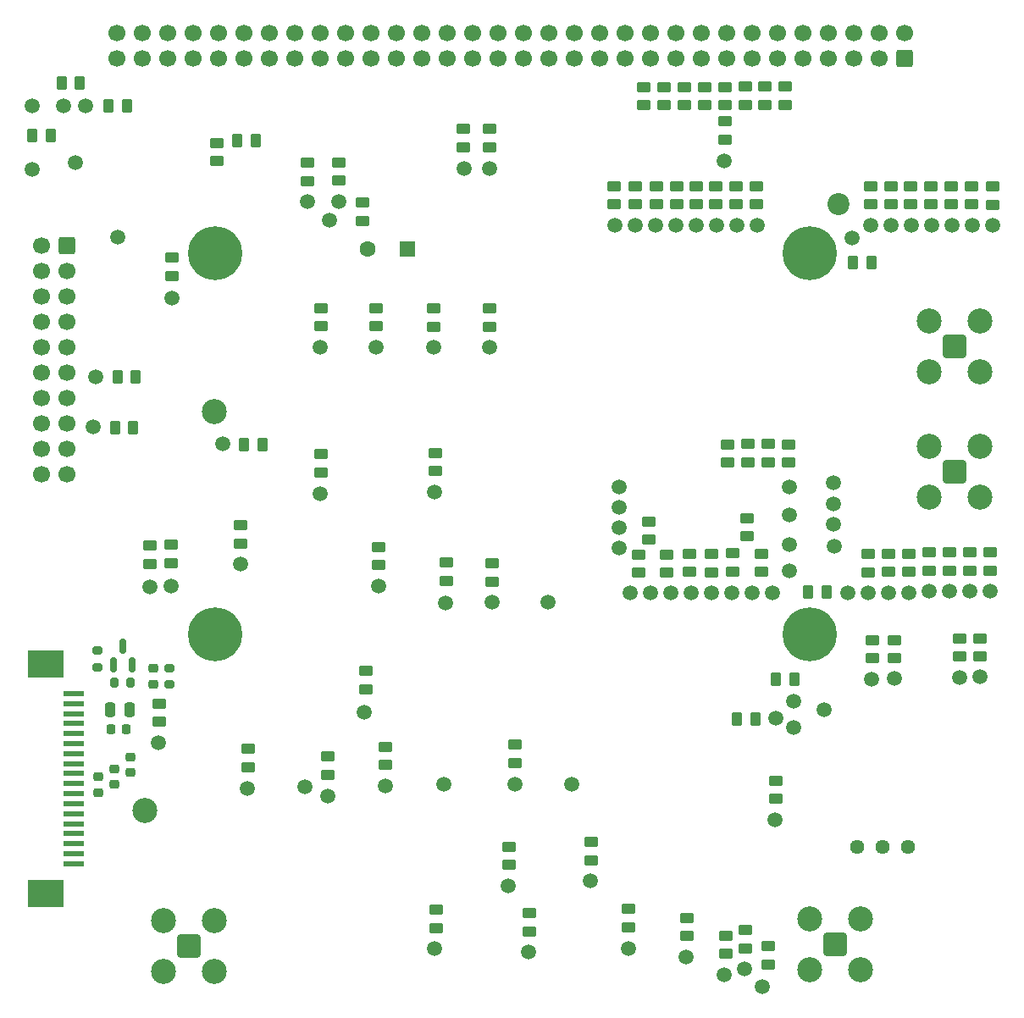
<source format=gbr>
%TF.GenerationSoftware,KiCad,Pcbnew,(6.0.5)*%
%TF.CreationDate,2022-06-30T03:28:59+08:00*%
%TF.ProjectId,lkt100a1_bclamp,6c6b7431-3030-4613-915f-62636c616d70,rev?*%
%TF.SameCoordinates,Original*%
%TF.FileFunction,Soldermask,Top*%
%TF.FilePolarity,Negative*%
%FSLAX46Y46*%
G04 Gerber Fmt 4.6, Leading zero omitted, Abs format (unit mm)*
G04 Created by KiCad (PCBNEW (6.0.5)) date 2022-06-30 03:28:59*
%MOMM*%
%LPD*%
G01*
G04 APERTURE LIST*
G04 Aperture macros list*
%AMRoundRect*
0 Rectangle with rounded corners*
0 $1 Rounding radius*
0 $2 $3 $4 $5 $6 $7 $8 $9 X,Y pos of 4 corners*
0 Add a 4 corners polygon primitive as box body*
4,1,4,$2,$3,$4,$5,$6,$7,$8,$9,$2,$3,0*
0 Add four circle primitives for the rounded corners*
1,1,$1+$1,$2,$3*
1,1,$1+$1,$4,$5*
1,1,$1+$1,$6,$7*
1,1,$1+$1,$8,$9*
0 Add four rect primitives between the rounded corners*
20,1,$1+$1,$2,$3,$4,$5,0*
20,1,$1+$1,$4,$5,$6,$7,0*
20,1,$1+$1,$6,$7,$8,$9,0*
20,1,$1+$1,$8,$9,$2,$3,0*%
G04 Aperture macros list end*
%ADD10C,1.500000*%
%ADD11RoundRect,0.250000X-0.450000X0.262500X-0.450000X-0.262500X0.450000X-0.262500X0.450000X0.262500X0*%
%ADD12RoundRect,0.250000X0.262500X0.450000X-0.262500X0.450000X-0.262500X-0.450000X0.262500X-0.450000X0*%
%ADD13RoundRect,0.250000X0.450000X-0.262500X0.450000X0.262500X-0.450000X0.262500X-0.450000X-0.262500X0*%
%ADD14RoundRect,0.250000X-0.262500X-0.450000X0.262500X-0.450000X0.262500X0.450000X-0.262500X0.450000X0*%
%ADD15C,2.200000*%
%ADD16RoundRect,0.225000X0.250000X-0.225000X0.250000X0.225000X-0.250000X0.225000X-0.250000X-0.225000X0*%
%ADD17RoundRect,0.200000X-0.275000X0.200000X-0.275000X-0.200000X0.275000X-0.200000X0.275000X0.200000X0*%
%ADD18RoundRect,0.150000X0.150000X-0.587500X0.150000X0.587500X-0.150000X0.587500X-0.150000X-0.587500X0*%
%ADD19C,0.800000*%
%ADD20C,5.400000*%
%ADD21RoundRect,0.250000X-0.250000X-0.475000X0.250000X-0.475000X0.250000X0.475000X-0.250000X0.475000X0*%
%ADD22C,2.500000*%
%ADD23RoundRect,0.225000X-0.225000X-0.250000X0.225000X-0.250000X0.225000X0.250000X-0.225000X0.250000X0*%
%ADD24R,2.000000X0.610000*%
%ADD25R,3.600000X2.680000*%
%ADD26RoundRect,0.200000X0.200000X0.275000X-0.200000X0.275000X-0.200000X-0.275000X0.200000X-0.275000X0*%
%ADD27RoundRect,0.200100X-0.949900X-0.949900X0.949900X-0.949900X0.949900X0.949900X-0.949900X0.949900X0*%
%ADD28RoundRect,0.200100X0.949900X-0.949900X0.949900X0.949900X-0.949900X0.949900X-0.949900X-0.949900X0*%
%ADD29R,1.600000X1.600000*%
%ADD30C,1.600000*%
%ADD31RoundRect,0.250000X0.600000X-0.600000X0.600000X0.600000X-0.600000X0.600000X-0.600000X-0.600000X0*%
%ADD32C,1.700000*%
%ADD33C,1.440000*%
%ADD34RoundRect,0.250000X0.600000X0.600000X-0.600000X0.600000X-0.600000X-0.600000X0.600000X-0.600000X0*%
G04 APERTURE END LIST*
D10*
%TO.C,TP82*%
X122555000Y-57341000D03*
%TD*%
%TO.C,TP29*%
X142392400Y-87274400D03*
%TD*%
%TO.C,TP51*%
X103415800Y-113284000D03*
%TD*%
D11*
%TO.C,R18*%
X95615000Y-101931109D03*
X95615000Y-103756109D03*
%TD*%
%TO.C,R37*%
X146110200Y-53467909D03*
X146110200Y-55292909D03*
%TD*%
D10*
%TO.C,TP3*%
X91033600Y-84175600D03*
%TD*%
D11*
%TO.C,R97*%
X89773000Y-51131109D03*
X89773000Y-52956109D03*
%TD*%
D12*
%TO.C,R26*%
X72346700Y-77596009D03*
X70521700Y-77596009D03*
%TD*%
D13*
%TO.C,R70*%
X132648200Y-55291009D03*
X132648200Y-53466009D03*
%TD*%
D11*
%TO.C,R55*%
X127974600Y-90221709D03*
X127974600Y-92046709D03*
%TD*%
D10*
%TO.C,TP48*%
X113805000Y-95021400D03*
%TD*%
%TO.C,TP97*%
X65430400Y-45466000D03*
%TD*%
D14*
%TO.C,R8*%
X139812900Y-94004409D03*
X141637900Y-94004409D03*
%TD*%
D10*
%TO.C,TP63*%
X134239000Y-94107000D03*
%TD*%
%TO.C,TP70*%
X131470400Y-50952400D03*
%TD*%
D15*
%TO.C,H7*%
X142833600Y-55269409D03*
%TD*%
D11*
%TO.C,R64*%
X121878600Y-125705509D03*
X121878600Y-127530509D03*
%TD*%
%TO.C,R1*%
X157997400Y-90094709D03*
X157997400Y-91919709D03*
%TD*%
D10*
%TO.C,TP9*%
X151892000Y-93980000D03*
%TD*%
D11*
%TO.C,R33*%
X154136600Y-53467909D03*
X154136600Y-55292909D03*
%TD*%
D10*
%TO.C,TP47*%
X141462000Y-105790009D03*
%TD*%
D11*
%TO.C,R52*%
X133715000Y-86665709D03*
X133715000Y-88490709D03*
%TD*%
D10*
%TO.C,TP24*%
X148488400Y-102666800D03*
%TD*%
D11*
%TO.C,R6*%
X147837400Y-90196309D03*
X147837400Y-92021309D03*
%TD*%
%TO.C,R10*%
X137829800Y-79274309D03*
X137829800Y-81099309D03*
%TD*%
D10*
%TO.C,TP32*%
X142341600Y-85191600D03*
%TD*%
D13*
%TO.C,R83*%
X83829400Y-111528509D03*
X83829400Y-109703509D03*
%TD*%
D10*
%TO.C,TP18*%
X137922000Y-83566000D03*
%TD*%
%TO.C,TP96*%
X67614800Y-45415200D03*
%TD*%
%TO.C,TP58*%
X102463600Y-129692400D03*
%TD*%
%TO.C,TP69*%
X122047000Y-94107000D03*
%TD*%
D11*
%TO.C,R11*%
X133765800Y-79248909D03*
X133765800Y-81073909D03*
%TD*%
D10*
%TO.C,TP35*%
X68326000Y-77520800D03*
%TD*%
%TO.C,TP75*%
X111887000Y-130048000D03*
%TD*%
D11*
%TO.C,R50*%
X135797800Y-129464709D03*
X135797800Y-131289709D03*
%TD*%
%TO.C,R65*%
X131581400Y-128397909D03*
X131581400Y-130222909D03*
%TD*%
D10*
%TO.C,TP40*%
X156210000Y-57404000D03*
%TD*%
D11*
%TO.C,R22*%
X80730600Y-49149909D03*
X80730600Y-50974909D03*
%TD*%
D10*
%TO.C,TP17*%
X137922000Y-86360000D03*
%TD*%
D11*
%TO.C,R7*%
X145856200Y-90247109D03*
X145856200Y-92072109D03*
%TD*%
D10*
%TO.C,TP86*%
X91059000Y-69583000D03*
%TD*%
%TO.C,TP14*%
X62230000Y-51816000D03*
%TD*%
%TO.C,TP41*%
X154178000Y-57404000D03*
%TD*%
D11*
%TO.C,R91*%
X74025000Y-89383509D03*
X74025000Y-91208509D03*
%TD*%
%TO.C,R96*%
X95259400Y-55093509D03*
X95259400Y-56918509D03*
%TD*%
D10*
%TO.C,TP10*%
X149860000Y-94107000D03*
%TD*%
%TO.C,TP85*%
X96631000Y-69569609D03*
%TD*%
%TO.C,TP34*%
X76200000Y-64617600D03*
%TD*%
%TO.C,TP67*%
X126111000Y-94107000D03*
%TD*%
D11*
%TO.C,R86*%
X91093800Y-65661809D03*
X91093800Y-67486809D03*
%TD*%
D13*
%TO.C,R73*%
X126653800Y-55292909D03*
X126653800Y-53467909D03*
%TD*%
D10*
%TO.C,TP88*%
X96914000Y-93472000D03*
%TD*%
D11*
%TO.C,R56*%
X125688600Y-90296009D03*
X125688600Y-92121009D03*
%TD*%
%TO.C,R58*%
X122894600Y-90272509D03*
X122894600Y-92097509D03*
%TD*%
%TO.C,R92*%
X76107800Y-89332709D03*
X76107800Y-91157709D03*
%TD*%
D10*
%TO.C,TP11*%
X147828000Y-94107000D03*
%TD*%
%TO.C,TP36*%
X68580000Y-72566809D03*
%TD*%
D11*
%TO.C,R49*%
X133562600Y-127839109D03*
X133562600Y-129664109D03*
%TD*%
%TO.C,R5*%
X149869400Y-90196309D03*
X149869400Y-92021309D03*
%TD*%
%TO.C,R17*%
X91805000Y-110465509D03*
X91805000Y-112290509D03*
%TD*%
D13*
%TO.C,R110*%
X137550400Y-45336109D03*
X137550400Y-43511109D03*
%TD*%
D11*
%TO.C,R12*%
X131759200Y-79299709D03*
X131759200Y-81124709D03*
%TD*%
D13*
%TO.C,R111*%
X133511800Y-45336109D03*
X133511800Y-43511109D03*
%TD*%
D11*
%TO.C,R54*%
X130133600Y-90247109D03*
X130133600Y-92072109D03*
%TD*%
D10*
%TO.C,TP66*%
X128143000Y-94107000D03*
%TD*%
%TO.C,TP27*%
X120954800Y-89662000D03*
%TD*%
%TO.C,TP59*%
X127660400Y-130556000D03*
%TD*%
D11*
%TO.C,R43*%
X102523800Y-80137909D03*
X102523800Y-81962909D03*
%TD*%
D16*
%TO.C,C2*%
X72043800Y-112064409D03*
X72043800Y-110514409D03*
%TD*%
D11*
%TO.C,R34*%
X152104600Y-53467909D03*
X152104600Y-55292909D03*
%TD*%
D13*
%TO.C,R76*%
X120456200Y-55291009D03*
X120456200Y-53466009D03*
%TD*%
D11*
%TO.C,R2*%
X155965400Y-90094709D03*
X155965400Y-91919709D03*
%TD*%
D14*
%TO.C,R45*%
X136612500Y-102742009D03*
X138437500Y-102742009D03*
%TD*%
D10*
%TO.C,TP42*%
X152146000Y-57404000D03*
%TD*%
D12*
%TO.C,R94*%
X67012700Y-43179009D03*
X65187700Y-43179009D03*
%TD*%
D11*
%TO.C,R47*%
X102625400Y-125807109D03*
X102625400Y-127632109D03*
%TD*%
%TO.C,R66*%
X111921800Y-126164609D03*
X111921800Y-127989609D03*
%TD*%
D10*
%TO.C,TP91*%
X110556000Y-113233200D03*
%TD*%
%TO.C,TP15*%
X66557400Y-51078409D03*
%TD*%
D17*
%TO.C,R109*%
X75980800Y-101625409D03*
X75980800Y-103275409D03*
%TD*%
D18*
%TO.C,Q7*%
X70382600Y-101291909D03*
X72282600Y-101291909D03*
X71332600Y-99416909D03*
%TD*%
D16*
%TO.C,C3*%
X70443600Y-113296009D03*
X70443600Y-111746009D03*
%TD*%
D13*
%TO.C,R104*%
X123377200Y-45361509D03*
X123377200Y-43536509D03*
%TD*%
D12*
%TO.C,R29*%
X64091700Y-48386009D03*
X62266700Y-48386009D03*
%TD*%
D10*
%TO.C,TP60*%
X133451600Y-131724400D03*
%TD*%
%TO.C,TP7*%
X155956000Y-93980000D03*
%TD*%
%TO.C,TP2*%
X95462600Y-106018609D03*
%TD*%
D13*
%TO.C,R78*%
X96885000Y-91360909D03*
X96885000Y-89535909D03*
%TD*%
%TO.C,R113*%
X125409200Y-45386909D03*
X125409200Y-43561909D03*
%TD*%
D12*
%TO.C,R93*%
X71711700Y-45465009D03*
X69886700Y-45465009D03*
%TD*%
D19*
%TO.C,H3*%
X138522109Y-96866109D03*
X141979000Y-98298000D03*
D20*
X139954000Y-98298000D03*
D19*
X141385891Y-96866109D03*
X139954000Y-96273000D03*
X139954000Y-100323000D03*
X138522109Y-99729891D03*
X137929000Y-98298000D03*
X141385891Y-99729891D03*
%TD*%
D11*
%TO.C,R53*%
X132292600Y-90170909D03*
X132292600Y-91995909D03*
%TD*%
D10*
%TO.C,TP76*%
X134747000Y-57341000D03*
%TD*%
D14*
%TO.C,R46*%
X82764500Y-48894009D03*
X84589500Y-48894009D03*
%TD*%
D10*
%TO.C,TP92*%
X97523000Y-113385600D03*
%TD*%
%TO.C,TP37*%
X74859007Y-109092009D03*
%TD*%
D16*
%TO.C,C4*%
X68868800Y-114083409D03*
X68868800Y-112533409D03*
%TD*%
D10*
%TO.C,TP64*%
X132207000Y-94107000D03*
%TD*%
D13*
%TO.C,R74*%
X124621800Y-55292909D03*
X124621800Y-53467909D03*
%TD*%
D10*
%TO.C,TP6*%
X157988000Y-93980000D03*
%TD*%
D11*
%TO.C,R28*%
X74990200Y-105182309D03*
X74990200Y-107007309D03*
%TD*%
D13*
%TO.C,R103*%
X127415800Y-45386909D03*
X127415800Y-43561909D03*
%TD*%
D10*
%TO.C,TP79*%
X128651000Y-57341000D03*
%TD*%
%TO.C,TP22*%
X157022800Y-102514400D03*
%TD*%
D13*
%TO.C,R82*%
X97596200Y-111325309D03*
X97596200Y-109500309D03*
%TD*%
D10*
%TO.C,TP100*%
X89814400Y-55016400D03*
%TD*%
%TO.C,TP26*%
X120904000Y-83566000D03*
%TD*%
%TO.C,TP13*%
X143764000Y-94107000D03*
%TD*%
D11*
%TO.C,R14*%
X157032200Y-98679909D03*
X157032200Y-100504909D03*
%TD*%
D21*
%TO.C,C5*%
X70077800Y-105840809D03*
X71977800Y-105840809D03*
%TD*%
D10*
%TO.C,TP44*%
X148082000Y-57404000D03*
%TD*%
D11*
%TO.C,R61*%
X131479800Y-46965509D03*
X131479800Y-48790509D03*
%TD*%
%TO.C,R44*%
X108010200Y-47727509D03*
X108010200Y-49552509D03*
%TD*%
%TO.C,R9*%
X135797800Y-79250809D03*
X135797800Y-81075809D03*
%TD*%
D10*
%TO.C,TP93*%
X83794600Y-113639600D03*
%TD*%
%TO.C,TP28*%
X120954800Y-87630000D03*
%TD*%
%TO.C,TP65*%
X130175000Y-94107000D03*
%TD*%
D11*
%TO.C,R31*%
X158251400Y-53518709D03*
X158251400Y-55343709D03*
%TD*%
D10*
%TO.C,TP12*%
X145796000Y-94107000D03*
%TD*%
D13*
%TO.C,R79*%
X108213400Y-92986509D03*
X108213400Y-91161509D03*
%TD*%
D11*
%TO.C,R19*%
X91093800Y-80239509D03*
X91093800Y-82064509D03*
%TD*%
D10*
%TO.C,TP57*%
X138414000Y-104977209D03*
%TD*%
%TO.C,TP53*%
X136499600Y-116789200D03*
%TD*%
%TO.C,TP54*%
X103581200Y-95097600D03*
%TD*%
D11*
%TO.C,R87*%
X102371400Y-65710709D03*
X102371400Y-67535709D03*
%TD*%
D12*
%TO.C,R24*%
X85249900Y-79272409D03*
X83424900Y-79272409D03*
%TD*%
D11*
%TO.C,R35*%
X150072600Y-53467909D03*
X150072600Y-55292909D03*
%TD*%
D10*
%TO.C,TP38*%
X62230000Y-45466000D03*
%TD*%
%TO.C,TP39*%
X158242000Y-57404000D03*
%TD*%
D13*
%TO.C,R72*%
X128635000Y-55292909D03*
X128635000Y-53467909D03*
%TD*%
D11*
%TO.C,R51*%
X135188200Y-90196309D03*
X135188200Y-92021309D03*
%TD*%
D10*
%TO.C,TP49*%
X138414000Y-107618809D03*
%TD*%
%TO.C,TP16*%
X70840600Y-58547000D03*
%TD*%
D11*
%TO.C,R3*%
X153933400Y-90094709D03*
X153933400Y-91919709D03*
%TD*%
D10*
%TO.C,TP19*%
X137972800Y-89306400D03*
%TD*%
%TO.C,TP68*%
X124079000Y-94107000D03*
%TD*%
D13*
%TO.C,R102*%
X131479800Y-45361509D03*
X131479800Y-43536509D03*
%TD*%
D10*
%TO.C,TP46*%
X144205200Y-58622209D03*
%TD*%
%TO.C,TP56*%
X107950000Y-51663600D03*
%TD*%
%TO.C,TP99*%
X91948000Y-56845200D03*
%TD*%
%TO.C,TP8*%
X153924000Y-93980000D03*
%TD*%
D11*
%TO.C,R36*%
X148091400Y-53467909D03*
X148091400Y-55292909D03*
%TD*%
D10*
%TO.C,TP74*%
X131419600Y-132283200D03*
%TD*%
D11*
%TO.C,R85*%
X96631000Y-65659909D03*
X96631000Y-67484909D03*
%TD*%
D10*
%TO.C,TP95*%
X76107800Y-93471009D03*
%TD*%
D22*
%TO.C,H2*%
X73507600Y-115874800D03*
%TD*%
D11*
%TO.C,R62*%
X118170200Y-119050709D03*
X118170200Y-120875709D03*
%TD*%
D10*
%TO.C,TP72*%
X109829600Y-123393200D03*
%TD*%
D11*
%TO.C,R16*%
X148447000Y-98832309D03*
X148447000Y-100657309D03*
%TD*%
%TO.C,R42*%
X103641400Y-91110709D03*
X103641400Y-92935709D03*
%TD*%
D10*
%TO.C,TP87*%
X102362000Y-69596000D03*
%TD*%
%TO.C,TP33*%
X81280000Y-79248000D03*
%TD*%
D11*
%TO.C,R41*%
X136559800Y-112903909D03*
X136559800Y-114728909D03*
%TD*%
D10*
%TO.C,TP84*%
X107950000Y-69596000D03*
%TD*%
D11*
%TO.C,R13*%
X155000200Y-98679909D03*
X155000200Y-100504909D03*
%TD*%
D10*
%TO.C,TP98*%
X92913200Y-54965600D03*
%TD*%
D11*
%TO.C,R15*%
X146262600Y-98832309D03*
X146262600Y-100657309D03*
%TD*%
D10*
%TO.C,TP77*%
X132715000Y-57341000D03*
%TD*%
D11*
%TO.C,R95*%
X92871800Y-51080309D03*
X92871800Y-52905309D03*
%TD*%
D10*
%TO.C,TP78*%
X130683000Y-57341000D03*
%TD*%
D11*
%TO.C,R84*%
X107959400Y-65710709D03*
X107959400Y-67535709D03*
%TD*%
D13*
%TO.C,R69*%
X134680200Y-55292909D03*
X134680200Y-53467909D03*
%TD*%
D19*
%TO.C,H6*%
X79086109Y-58766109D03*
X81949891Y-61629891D03*
X80518000Y-58173000D03*
X79086109Y-61629891D03*
X81949891Y-58766109D03*
X78493000Y-60198000D03*
X80518000Y-62223000D03*
D20*
X80518000Y-60198000D03*
D19*
X82543000Y-60198000D03*
%TD*%
D10*
%TO.C,TP83*%
X120523000Y-57341000D03*
%TD*%
D13*
%TO.C,R81*%
X110499400Y-111122109D03*
X110499400Y-109297109D03*
%TD*%
D10*
%TO.C,TP80*%
X126619000Y-57341000D03*
%TD*%
%TO.C,TP25*%
X120954800Y-85598000D03*
%TD*%
%TO.C,TP43*%
X150114000Y-57404000D03*
%TD*%
%TO.C,TP4*%
X105410000Y-51663600D03*
%TD*%
%TO.C,TP94*%
X74015600Y-93522800D03*
%TD*%
D23*
%TO.C,C6*%
X70100400Y-107720409D03*
X71650400Y-107720409D03*
%TD*%
D12*
%TO.C,R38*%
X146159100Y-61136809D03*
X144334100Y-61136809D03*
%TD*%
D10*
%TO.C,TP31*%
X142341600Y-83108800D03*
%TD*%
D11*
%TO.C,R57*%
X123936000Y-86970509D03*
X123936000Y-88795509D03*
%TD*%
D10*
%TO.C,TP62*%
X136271000Y-94107000D03*
%TD*%
D16*
%TO.C,C7*%
X74406000Y-103237609D03*
X74406000Y-101687609D03*
%TD*%
D14*
%TO.C,R21*%
X132700900Y-106704409D03*
X134525900Y-106704409D03*
%TD*%
D10*
%TO.C,TP30*%
X142443200Y-89458800D03*
%TD*%
D12*
%TO.C,R27*%
X72600700Y-72516009D03*
X70775700Y-72516009D03*
%TD*%
D11*
%TO.C,R20*%
X105368600Y-47727509D03*
X105368600Y-49552509D03*
%TD*%
D24*
%TO.C,J3*%
X66448200Y-104198809D03*
X66448200Y-105198809D03*
X66448200Y-106198809D03*
X66448200Y-107198809D03*
X66448200Y-108198809D03*
X66448200Y-109198809D03*
X66448200Y-110198809D03*
X66448200Y-111198809D03*
X66448200Y-112198809D03*
X66448200Y-113198809D03*
X66448200Y-114198809D03*
X66448200Y-115198809D03*
X66448200Y-116198809D03*
X66448200Y-117198809D03*
X66448200Y-118198809D03*
X66448200Y-119198809D03*
X66448200Y-120198809D03*
X66448200Y-121198809D03*
D25*
X63648200Y-101208809D03*
X63648200Y-124188809D03*
%TD*%
D13*
%TO.C,R101*%
X135518400Y-45336109D03*
X135518400Y-43511109D03*
%TD*%
D11*
%TO.C,R4*%
X151901400Y-90096609D03*
X151901400Y-91921609D03*
%TD*%
D13*
%TO.C,R71*%
X130616200Y-55292909D03*
X130616200Y-53467909D03*
%TD*%
D10*
%TO.C,TP21*%
X154990800Y-102565200D03*
%TD*%
%TO.C,TP61*%
X135229600Y-133451600D03*
%TD*%
D11*
%TO.C,R32*%
X156168600Y-53467909D03*
X156168600Y-55292909D03*
%TD*%
D10*
%TO.C,TP89*%
X108217000Y-95021400D03*
%TD*%
%TO.C,TP50*%
X116194800Y-113284000D03*
%TD*%
D13*
%TO.C,R80*%
X83118200Y-89176509D03*
X83118200Y-87351509D03*
%TD*%
D10*
%TO.C,TP71*%
X118059200Y-122936000D03*
%TD*%
%TO.C,TP73*%
X121869200Y-129641600D03*
%TD*%
%TO.C,TP52*%
X89484200Y-113538000D03*
%TD*%
D19*
%TO.C,H1*%
X139954000Y-62223000D03*
D20*
X139954000Y-60198000D03*
D19*
X141979000Y-60198000D03*
X137929000Y-60198000D03*
X141385891Y-58766109D03*
X139954000Y-58173000D03*
X141385891Y-61629891D03*
X138522109Y-58766109D03*
X138522109Y-61629891D03*
%TD*%
%TO.C,H5*%
X80518000Y-100323000D03*
X79086109Y-99729891D03*
X81949891Y-99729891D03*
X78493000Y-98298000D03*
X82543000Y-98298000D03*
X79086109Y-96866109D03*
X80518000Y-96273000D03*
D20*
X80518000Y-98298000D03*
D19*
X81949891Y-96866109D03*
%TD*%
D10*
%TO.C,TP55*%
X102463600Y-84074000D03*
%TD*%
D26*
%TO.C,R99*%
X72106800Y-103097609D03*
X70456800Y-103097609D03*
%TD*%
D11*
%TO.C,R63*%
X109940600Y-119507909D03*
X109940600Y-121332909D03*
%TD*%
D10*
%TO.C,TP90*%
X83058000Y-91236800D03*
%TD*%
D13*
%TO.C,R112*%
X129447800Y-45386909D03*
X129447800Y-43561909D03*
%TD*%
D10*
%TO.C,TP45*%
X146050000Y-57404000D03*
%TD*%
D13*
%TO.C,R75*%
X122539000Y-55292909D03*
X122539000Y-53467909D03*
%TD*%
D10*
%TO.C,TP81*%
X124587000Y-57341000D03*
%TD*%
D22*
%TO.C,H4*%
X80467200Y-75995809D03*
%TD*%
D11*
%TO.C,R25*%
X76209400Y-60630709D03*
X76209400Y-62455709D03*
%TD*%
D10*
%TO.C,TP23*%
X146202400Y-102717600D03*
%TD*%
D11*
%TO.C,R48*%
X127720600Y-126619909D03*
X127720600Y-128444909D03*
%TD*%
D10*
%TO.C,TP5*%
X136601200Y-106629200D03*
%TD*%
%TO.C,TP1*%
X91795600Y-114401600D03*
%TD*%
%TO.C,TP20*%
X137922000Y-91948000D03*
%TD*%
D17*
%TO.C,R100*%
X68792600Y-99885009D03*
X68792600Y-101535009D03*
%TD*%
D27*
%TO.C,J1*%
X77936600Y-129462809D03*
D22*
X75396600Y-132002809D03*
X80476600Y-132002809D03*
X80476600Y-126922809D03*
X75396600Y-126922809D03*
%TD*%
D28*
%TO.C,J7*%
X154503000Y-82015609D03*
D22*
X157043000Y-79475609D03*
X157043000Y-84555609D03*
X151963000Y-79475609D03*
X151963000Y-84555609D03*
%TD*%
D29*
%TO.C,BZ1*%
X99748600Y-59765209D03*
D30*
X95748600Y-59765209D03*
%TD*%
D28*
%TO.C,J6*%
X154452200Y-69518809D03*
D22*
X156992200Y-66978809D03*
X151912200Y-72058809D03*
X156992200Y-72058809D03*
X151912200Y-66978809D03*
%TD*%
D31*
%TO.C,J4*%
X149437600Y-40672309D03*
D32*
X149437600Y-38132309D03*
X146897600Y-40672309D03*
X146897600Y-38132309D03*
X144357600Y-40672309D03*
X144357600Y-38132309D03*
X141817600Y-40672309D03*
X141817600Y-38132309D03*
X139277600Y-40672309D03*
X139277600Y-38132309D03*
X136737600Y-40672309D03*
X136737600Y-38132309D03*
X134197600Y-40672309D03*
X134197600Y-38132309D03*
X131657600Y-40672309D03*
X131657600Y-38132309D03*
X129117600Y-40672309D03*
X129117600Y-38132309D03*
X126577600Y-40672309D03*
X126577600Y-38132309D03*
X124037600Y-40672309D03*
X124037600Y-38132309D03*
X121497600Y-40672309D03*
X121497600Y-38132309D03*
X118957600Y-40672309D03*
X118957600Y-38132309D03*
X116417600Y-40672309D03*
X116417600Y-38132309D03*
X113877600Y-40672309D03*
X113877600Y-38132309D03*
X111337600Y-40672309D03*
X111337600Y-38132309D03*
X108797600Y-40672309D03*
X108797600Y-38132309D03*
X106257600Y-40672309D03*
X106257600Y-38132309D03*
X103717600Y-40672309D03*
X103717600Y-38132309D03*
X101177600Y-40672309D03*
X101177600Y-38132309D03*
X98637600Y-40672309D03*
X98637600Y-38132309D03*
X96097600Y-40672309D03*
X96097600Y-38132309D03*
X93557600Y-40672309D03*
X93557600Y-38132309D03*
X91017600Y-40672309D03*
X91017600Y-38132309D03*
X88477600Y-40672309D03*
X88477600Y-38132309D03*
X85937600Y-40672309D03*
X85937600Y-38132309D03*
X83397600Y-40672309D03*
X83397600Y-38132309D03*
X80857600Y-40672309D03*
X80857600Y-38132309D03*
X78317600Y-40672309D03*
X78317600Y-38132309D03*
X75777600Y-40672309D03*
X75777600Y-38132309D03*
X73237600Y-40672309D03*
X73237600Y-38132309D03*
X70697600Y-40672309D03*
X70697600Y-38132309D03*
%TD*%
D33*
%TO.C,RV1*%
X144726400Y-119506009D03*
X147266400Y-119506009D03*
X149806400Y-119506009D03*
%TD*%
D27*
%TO.C,J2*%
X142503400Y-129259609D03*
D22*
X139963400Y-126719609D03*
X139963400Y-131799609D03*
X145043400Y-131799609D03*
X145043400Y-126719609D03*
%TD*%
D34*
%TO.C,J5*%
X65727100Y-59409609D03*
D32*
X63187100Y-59409609D03*
X65727100Y-61949609D03*
X63187100Y-61949609D03*
X65727100Y-64489609D03*
X63187100Y-64489609D03*
X65727100Y-67029609D03*
X63187100Y-67029609D03*
X65727100Y-69569609D03*
X63187100Y-69569609D03*
X65727100Y-72109609D03*
X63187100Y-72109609D03*
X65727100Y-74649609D03*
X63187100Y-74649609D03*
X65727100Y-77189609D03*
X63187100Y-77189609D03*
X65727100Y-79729609D03*
X63187100Y-79729609D03*
X65727100Y-82269609D03*
X63187100Y-82269609D03*
%TD*%
M02*

</source>
